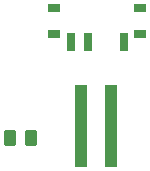
<source format=gbr>
%TF.GenerationSoftware,KiCad,Pcbnew,(6.0.9)*%
%TF.CreationDate,2022-11-12T13:39:38-06:00*%
%TF.ProjectId,ZoeBirthdayRing,5a6f6542-6972-4746-9864-617952696e67,rev?*%
%TF.SameCoordinates,Original*%
%TF.FileFunction,Paste,Top*%
%TF.FilePolarity,Positive*%
%FSLAX46Y46*%
G04 Gerber Fmt 4.6, Leading zero omitted, Abs format (unit mm)*
G04 Created by KiCad (PCBNEW (6.0.9)) date 2022-11-12 13:39:38*
%MOMM*%
%LPD*%
G01*
G04 APERTURE LIST*
G04 Aperture macros list*
%AMRoundRect*
0 Rectangle with rounded corners*
0 $1 Rounding radius*
0 $2 $3 $4 $5 $6 $7 $8 $9 X,Y pos of 4 corners*
0 Add a 4 corners polygon primitive as box body*
4,1,4,$2,$3,$4,$5,$6,$7,$8,$9,$2,$3,0*
0 Add four circle primitives for the rounded corners*
1,1,$1+$1,$2,$3*
1,1,$1+$1,$4,$5*
1,1,$1+$1,$6,$7*
1,1,$1+$1,$8,$9*
0 Add four rect primitives between the rounded corners*
20,1,$1+$1,$2,$3,$4,$5,0*
20,1,$1+$1,$4,$5,$6,$7,0*
20,1,$1+$1,$6,$7,$8,$9,0*
20,1,$1+$1,$8,$9,$2,$3,0*%
G04 Aperture macros list end*
%ADD10R,1.000000X7.000000*%
%ADD11R,0.700000X1.500000*%
%ADD12R,1.000000X0.800000*%
%ADD13RoundRect,0.250000X-0.262500X-0.450000X0.262500X-0.450000X0.262500X0.450000X-0.262500X0.450000X0*%
G04 APERTURE END LIST*
D10*
%TO.C,D1*%
X159170000Y-90880000D03*
X156670000Y-90880000D03*
%TD*%
D11*
%TO.C,SW1*%
X160250000Y-83805000D03*
X157250000Y-83805000D03*
X155750000Y-83805000D03*
D12*
X161650000Y-80945000D03*
X154350000Y-80945000D03*
X154350000Y-83155000D03*
X161650000Y-83155000D03*
%TD*%
D13*
%TO.C,R1*%
X150587500Y-91900000D03*
X152412500Y-91900000D03*
%TD*%
M02*

</source>
